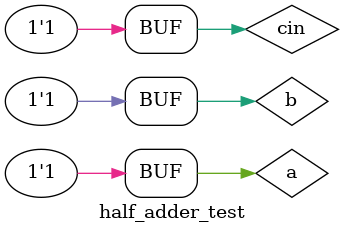
<source format=v>
`timescale 1ps/1ps

/* teste do somador de um bit */
module half_adder_test ();
    reg cin;
    reg a;
    reg b;
    wire sum;
    wire cout;

    half_adder uut(
        .cin(cin),
        .a(a),
        .b(b),
        .sum(sum),
        .cout(cout)
    );

    initial begin
        $monitor("cin | a | b | sum | cout\n------------------------");
        #100;

        cin = 1'b0;
        a = 1'b0;
        b = 1'b0;
        $monitor("  %B | %B | %B |  %B  | %B", 
            cin,
            a,
            b,
            sum,
            cout
        );
        #100;

        cin = 1'b0;
        a = 1'b0;
        b = 1'b1;
        $monitor("  %B | %B | %B |  %B  | %B", 
            cin,
            a,
            b,
            sum,
            cout
        );
        #100;

        cin = 1'b0;
        a = 1'b1;
        b = 1'b0;
        $monitor("  %B | %B | %B |  %B  | %B", 
            cin,
            a,
            b,
            sum,
            cout
        );
        #100;

        cin = 1'b0;
        a = 1'b1;
        b = 1'b1;
        $monitor("  %B | %B | %B |  %B  | %B", 
            cin,
            a,
            b,
            sum,
            cout
        );
        #100;

        cin = 1'b1;
        a = 1'b0;
        b = 1'b0;
        $monitor("  %B | %B | %B |  %B  | %B", 
            cin,
            a,
            b,
            sum,
            cout
        );
        #100;

        cin = 1'b1;
        a = 1'b0;
        b = 1'b1;
        $monitor("  %B | %B | %B |  %B  | %B", 
            cin,
            a,
            b,
            sum,
            cout
        );
        #100;

        cin = 1'b1;
        a = 1'b1;
        b = 1'b0;
        $monitor("  %B | %B | %B |  %B  | %B", 
            cin,
            a,
            b,
            sum,
            cout
        );
        #100;

        cin = 1'b1;
        a = 1'b1;
        b = 1'b1;
        $monitor("  %B | %B | %B |  %B  | %B", 
            cin,
            a,
            b,
            sum,
            cout
        );
        #100;
    end

endmodule //half_adder
</source>
